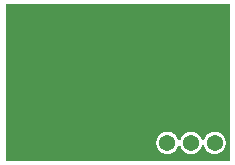
<source format=gbl>
G04 Layer: BottomLayer*
G04 EasyEDA v6.4.7, 2021-01-18T10:53:27+01:00*
G04 ca9b9a0dce2c468c998d6246f507db70,8dc9eacff13444d6b60fd3cb587e6cd5,01*
G04 Gerber Generator version 0.2*
G04 Scale: 100 percent, Rotated: No, Reflected: No *
G04 Dimensions in inches *
G04 leading zeros omitted , absolute positions ,2 integer and 4 decimal *
%FSLAX24Y24*%
%MOIN*%
G90*
D02*

%ADD14C,0.029750*%
%ADD18C,0.054000*%

%LPD*%
G36*
G01X7497Y5293D02*
G01X100Y5293D01*
G01X95Y5292D01*
G01X89Y5291D01*
G01X84Y5289D01*
G01X74Y5283D01*
G01X70Y5279D01*
G01X64Y5269D01*
G01X62Y5264D01*
G01X61Y5258D01*
G01X60Y5253D01*
G01X60Y100D01*
G01X61Y95D01*
G01X62Y89D01*
G01X64Y84D01*
G01X70Y74D01*
G01X74Y70D01*
G01X84Y64D01*
G01X89Y62D01*
G01X95Y61D01*
G01X100Y60D01*
G01X7497Y60D01*
G01X7503Y61D01*
G01X7508Y62D01*
G01X7514Y64D01*
G01X7519Y67D01*
G01X7523Y70D01*
G01X7527Y74D01*
G01X7531Y79D01*
G01X7535Y89D01*
G01X7537Y95D01*
G01X7537Y5258D01*
G01X7535Y5264D01*
G01X7531Y5274D01*
G01X7527Y5279D01*
G01X7523Y5283D01*
G01X7519Y5286D01*
G01X7514Y5289D01*
G01X7508Y5291D01*
G01X7503Y5292D01*
G01X7497Y5293D01*
G37*

%LPC*%
G36*
G01X5470Y1039D02*
G01X5452Y1040D01*
G01X5434Y1039D01*
G01X5417Y1038D01*
G01X5400Y1036D01*
G01X5382Y1033D01*
G01X5348Y1025D01*
G01X5314Y1013D01*
G01X5282Y999D01*
G01X5252Y981D01*
G01X5237Y971D01*
G01X5209Y949D01*
G01X5196Y937D01*
G01X5184Y925D01*
G01X5172Y912D01*
G01X5150Y884D01*
G01X5140Y869D01*
G01X5131Y854D01*
G01X5123Y839D01*
G01X5115Y823D01*
G01X5108Y807D01*
G01X5096Y773D01*
G01X5088Y739D01*
G01X5085Y722D01*
G01X5083Y704D01*
G01X5082Y686D01*
G01X5081Y669D01*
G01X5082Y651D01*
G01X5083Y634D01*
G01X5085Y616D01*
G01X5088Y599D01*
G01X5092Y581D01*
G01X5096Y564D01*
G01X5102Y547D01*
G01X5108Y531D01*
G01X5115Y515D01*
G01X5131Y483D01*
G01X5140Y468D01*
G01X5150Y454D01*
G01X5161Y439D01*
G01X5172Y426D01*
G01X5196Y400D01*
G01X5209Y388D01*
G01X5223Y377D01*
G01X5237Y367D01*
G01X5252Y357D01*
G01X5282Y339D01*
G01X5298Y331D01*
G01X5314Y324D01*
G01X5331Y318D01*
G01X5365Y308D01*
G01X5382Y305D01*
G01X5400Y302D01*
G01X5417Y299D01*
G01X5434Y298D01*
G01X5470Y298D01*
G01X5487Y299D01*
G01X5505Y302D01*
G01X5522Y304D01*
G01X5539Y308D01*
G01X5573Y318D01*
G01X5590Y324D01*
G01X5606Y331D01*
G01X5622Y339D01*
G01X5637Y347D01*
G01X5652Y356D01*
G01X5667Y366D01*
G01X5681Y377D01*
G01X5707Y399D01*
G01X5720Y412D01*
G01X5732Y425D01*
G01X5743Y438D01*
G01X5753Y452D01*
G01X5764Y467D01*
G01X5773Y482D01*
G01X5781Y497D01*
G01X5789Y513D01*
G01X5796Y529D01*
G01X5802Y546D01*
G01X5808Y562D01*
G01X5809Y568D01*
G01X5812Y573D01*
G01X5824Y585D01*
G01X5829Y587D01*
G01X5835Y589D01*
G01X5840Y590D01*
G01X5846Y591D01*
G01X5852Y590D01*
G01X5857Y589D01*
G01X5863Y587D01*
G01X5867Y585D01*
G01X5872Y581D01*
G01X5880Y573D01*
G01X5882Y568D01*
G01X5884Y562D01*
G01X5890Y546D01*
G01X5896Y529D01*
G01X5903Y513D01*
G01X5911Y497D01*
G01X5919Y482D01*
G01X5928Y467D01*
G01X5938Y452D01*
G01X5949Y438D01*
G01X5960Y425D01*
G01X5984Y399D01*
G01X5998Y388D01*
G01X6011Y377D01*
G01X6025Y366D01*
G01X6040Y356D01*
G01X6055Y347D01*
G01X6070Y339D01*
G01X6086Y331D01*
G01X6102Y324D01*
G01X6119Y318D01*
G01X6153Y308D01*
G01X6170Y304D01*
G01X6187Y302D01*
G01X6205Y299D01*
G01X6222Y298D01*
G01X6257Y298D01*
G01X6275Y299D01*
G01X6292Y302D01*
G01X6309Y304D01*
G01X6327Y308D01*
G01X6361Y318D01*
G01X6377Y324D01*
G01X6393Y331D01*
G01X6409Y339D01*
G01X6424Y347D01*
G01X6440Y356D01*
G01X6454Y366D01*
G01X6482Y388D01*
G01X6495Y399D01*
G01X6519Y425D01*
G01X6530Y438D01*
G01X6541Y452D01*
G01X6551Y467D01*
G01X6569Y497D01*
G01X6583Y529D01*
G01X6590Y546D01*
G01X6595Y562D01*
G01X6597Y568D01*
G01X6600Y573D01*
G01X6603Y577D01*
G01X6607Y581D01*
G01X6612Y585D01*
G01X6622Y589D01*
G01X6628Y590D01*
G01X6633Y591D01*
G01X6639Y590D01*
G01X6644Y589D01*
G01X6650Y587D01*
G01X6655Y585D01*
G01X6659Y581D01*
G01X6664Y577D01*
G01X6667Y573D01*
G01X6670Y568D01*
G01X6672Y562D01*
G01X6677Y546D01*
G01X6683Y529D01*
G01X6690Y513D01*
G01X6698Y497D01*
G01X6706Y482D01*
G01X6726Y452D01*
G01X6736Y438D01*
G01X6747Y425D01*
G01X6759Y412D01*
G01X6772Y399D01*
G01X6798Y377D01*
G01X6813Y366D01*
G01X6827Y356D01*
G01X6842Y347D01*
G01X6858Y339D01*
G01X6873Y331D01*
G01X6890Y324D01*
G01X6906Y318D01*
G01X6940Y308D01*
G01X6957Y304D01*
G01X6975Y302D01*
G01X6992Y299D01*
G01X7009Y298D01*
G01X7045Y298D01*
G01X7062Y299D01*
G01X7080Y302D01*
G01X7097Y305D01*
G01X7115Y308D01*
G01X7131Y313D01*
G01X7148Y318D01*
G01X7165Y324D01*
G01X7181Y331D01*
G01X7197Y339D01*
G01X7213Y348D01*
G01X7228Y357D01*
G01X7256Y377D01*
G01X7270Y388D01*
G01X7283Y400D01*
G01X7319Y439D01*
G01X7329Y454D01*
G01X7339Y468D01*
G01X7348Y483D01*
G01X7357Y499D01*
G01X7365Y515D01*
G01X7372Y531D01*
G01X7378Y547D01*
G01X7388Y581D01*
G01X7391Y599D01*
G01X7394Y616D01*
G01X7396Y634D01*
G01X7397Y651D01*
G01X7398Y669D01*
G01X7397Y686D01*
G01X7396Y704D01*
G01X7394Y722D01*
G01X7388Y756D01*
G01X7378Y790D01*
G01X7372Y807D01*
G01X7365Y823D01*
G01X7357Y839D01*
G01X7339Y869D01*
G01X7329Y884D01*
G01X7319Y898D01*
G01X7307Y912D01*
G01X7295Y925D01*
G01X7283Y937D01*
G01X7270Y949D01*
G01X7242Y971D01*
G01X7228Y981D01*
G01X7213Y990D01*
G01X7197Y999D01*
G01X7165Y1013D01*
G01X7131Y1025D01*
G01X7115Y1029D01*
G01X7097Y1033D01*
G01X7080Y1036D01*
G01X7062Y1038D01*
G01X7045Y1039D01*
G01X7027Y1040D01*
G01X7009Y1039D01*
G01X6992Y1038D01*
G01X6975Y1036D01*
G01X6957Y1033D01*
G01X6923Y1025D01*
G01X6906Y1020D01*
G01X6890Y1013D01*
G01X6873Y1007D01*
G01X6858Y999D01*
G01X6842Y991D01*
G01X6827Y981D01*
G01X6813Y972D01*
G01X6798Y961D01*
G01X6785Y950D01*
G01X6759Y926D01*
G01X6747Y913D01*
G01X6736Y899D01*
G01X6716Y871D01*
G01X6706Y856D01*
G01X6698Y840D01*
G01X6690Y825D01*
G01X6683Y808D01*
G01X6677Y792D01*
G01X6672Y775D01*
G01X6670Y770D01*
G01X6664Y760D01*
G01X6659Y756D01*
G01X6655Y753D01*
G01X6650Y750D01*
G01X6644Y748D01*
G01X6639Y747D01*
G01X6628Y747D01*
G01X6622Y748D01*
G01X6617Y750D01*
G01X6607Y756D01*
G01X6603Y760D01*
G01X6597Y770D01*
G01X6595Y775D01*
G01X6590Y792D01*
G01X6583Y808D01*
G01X6576Y825D01*
G01X6569Y840D01*
G01X6560Y856D01*
G01X6551Y871D01*
G01X6541Y885D01*
G01X6519Y913D01*
G01X6507Y926D01*
G01X6495Y938D01*
G01X6482Y950D01*
G01X6454Y972D01*
G01X6440Y981D01*
G01X6424Y991D01*
G01X6409Y999D01*
G01X6393Y1007D01*
G01X6377Y1013D01*
G01X6361Y1020D01*
G01X6344Y1025D01*
G01X6327Y1029D01*
G01X6309Y1033D01*
G01X6292Y1036D01*
G01X6275Y1038D01*
G01X6257Y1039D01*
G01X6240Y1040D01*
G01X6222Y1039D01*
G01X6205Y1038D01*
G01X6187Y1036D01*
G01X6170Y1033D01*
G01X6136Y1025D01*
G01X6119Y1020D01*
G01X6102Y1013D01*
G01X6086Y1007D01*
G01X6070Y999D01*
G01X6055Y991D01*
G01X6040Y981D01*
G01X6025Y972D01*
G01X6011Y961D01*
G01X5998Y950D01*
G01X5984Y938D01*
G01X5972Y926D01*
G01X5960Y913D01*
G01X5938Y885D01*
G01X5928Y871D01*
G01X5919Y856D01*
G01X5911Y840D01*
G01X5903Y825D01*
G01X5896Y808D01*
G01X5890Y792D01*
G01X5884Y775D01*
G01X5880Y765D01*
G01X5876Y760D01*
G01X5872Y756D01*
G01X5867Y753D01*
G01X5863Y750D01*
G01X5857Y748D01*
G01X5852Y747D01*
G01X5840Y747D01*
G01X5835Y748D01*
G01X5829Y750D01*
G01X5824Y753D01*
G01X5820Y756D01*
G01X5816Y760D01*
G01X5812Y765D01*
G01X5809Y770D01*
G01X5808Y775D01*
G01X5802Y792D01*
G01X5796Y808D01*
G01X5789Y825D01*
G01X5781Y840D01*
G01X5773Y856D01*
G01X5764Y871D01*
G01X5753Y885D01*
G01X5743Y899D01*
G01X5732Y913D01*
G01X5720Y926D01*
G01X5694Y950D01*
G01X5681Y961D01*
G01X5667Y972D01*
G01X5652Y981D01*
G01X5637Y991D01*
G01X5622Y999D01*
G01X5606Y1007D01*
G01X5590Y1013D01*
G01X5573Y1020D01*
G01X5556Y1025D01*
G01X5522Y1033D01*
G01X5505Y1036D01*
G01X5487Y1038D01*
G01X5470Y1039D01*
G37*

%LPD*%
G36*
G01X4395Y939D02*
G01X4935Y939D01*
G01X4935Y399D01*
G01X4395Y399D01*
G01X4395Y939D01*
G37*
G54D18*
G01X5452Y669D03*
G01X6240Y669D03*
G01X7027Y669D03*
G54D14*
G01X5984Y1909D03*
G01X413Y3858D03*
G01X1003Y905D03*
G01X1909Y1850D03*
G01X1870Y1259D03*
G01X2283Y3070D03*
G01X3740Y2027D03*
M00*
M02*

</source>
